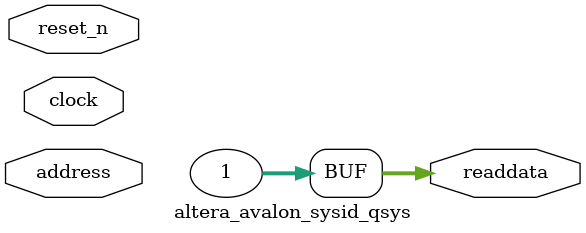
<source format=v>
module altera_avalon_sysid_qsys(	// file.cleaned.mlir:2:3
  input         address,	// file.cleaned.mlir:2:42
                clock,	// file.cleaned.mlir:2:60
                reset_n,	// file.cleaned.mlir:2:76
  output [31:0] readdata	// file.cleaned.mlir:2:95
);

  assign readdata = 32'h1;	// file.cleaned.mlir:3:15, :4:5
endmodule


</source>
